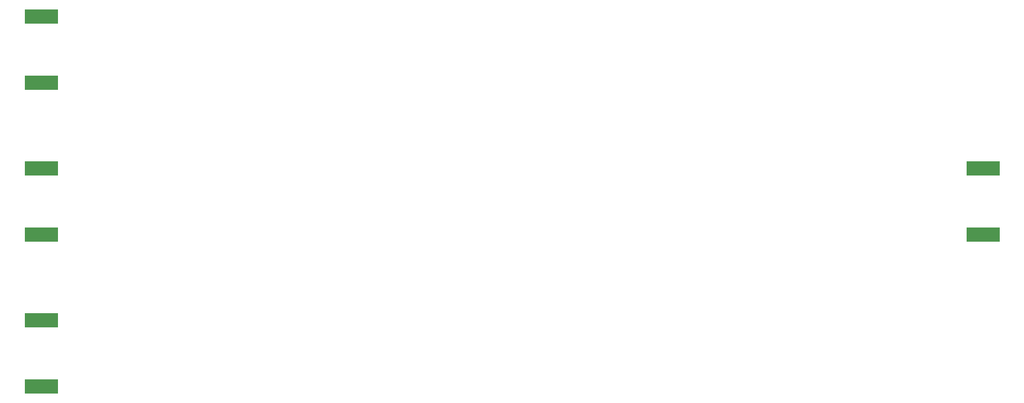
<source format=gbp>
G04*
G04 #@! TF.GenerationSoftware,Altium Limited,Altium Designer,25.8.1 (18)*
G04*
G04 Layer_Color=128*
%FSLAX44Y44*%
%MOMM*%
G71*
G04*
G04 #@! TF.SameCoordinates,7FA5C237-9263-4F39-8F52-594564EE4E54*
G04*
G04*
G04 #@! TF.FilePolarity,Positive*
G04*
G01*
G75*
%ADD18R,4.8000X2.0000*%
D18*
X1374000Y547500D02*
D03*
Y452500D02*
D03*
X26000D02*
D03*
Y547500D02*
D03*
Y670000D02*
D03*
Y765000D02*
D03*
Y235000D02*
D03*
Y330000D02*
D03*
M02*

</source>
